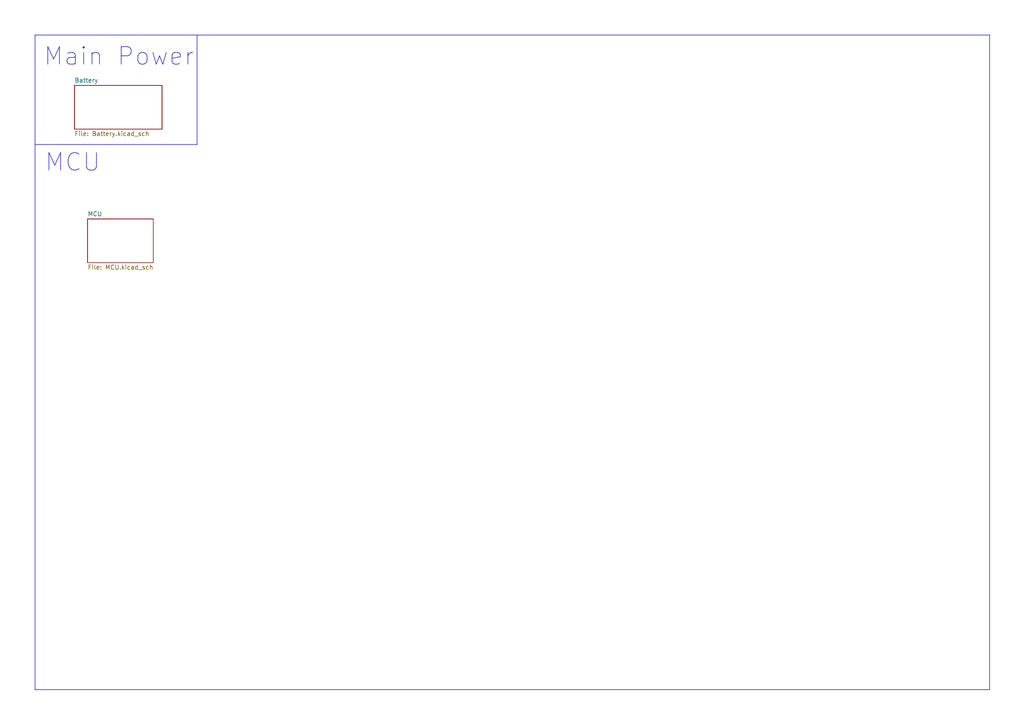
<source format=kicad_sch>
(kicad_sch
	(version 20231120)
	(generator "eeschema")
	(generator_version "8.0")
	(uuid "469e2ca7-6169-4be1-984d-25fff1926a82")
	(paper "A4")
	(title_block
		(title "ANCP Rocket Motor Test Station")
		(date "2024-06-22")
		(rev "1.0")
	)
	(lib_symbols)
	(polyline
		(pts
			(xy 287.02 10.16) (xy 287.02 200.025)
		)
		(stroke
			(width 0)
			(type default)
		)
		(uuid "44b5f970-10ad-40f7-8fa1-f45c5cc5234e")
	)
	(polyline
		(pts
			(xy 57.15 41.91) (xy 10.16 41.91)
		)
		(stroke
			(width 0)
			(type default)
		)
		(uuid "7df2dcc1-11e2-47ed-b407-17b363bd3066")
	)
	(polyline
		(pts
			(xy 287.02 200.025) (xy 10.16 200.025)
		)
		(stroke
			(width 0)
			(type default)
		)
		(uuid "876e31b6-7565-46bb-a700-71273678a31e")
	)
	(polyline
		(pts
			(xy 57.15 10.16) (xy 57.15 41.91)
		)
		(stroke
			(width 0)
			(type default)
		)
		(uuid "b0458d84-20d5-44f5-b4be-8945eca99b78")
	)
	(polyline
		(pts
			(xy 10.16 10.16) (xy 287.02 10.16)
		)
		(stroke
			(width 0)
			(type default)
		)
		(uuid "f1289a49-a518-4a84-bcfa-9938e266d911")
	)
	(polyline
		(pts
			(xy 10.16 10.16) (xy 10.16 200.025)
		)
		(stroke
			(width 0)
			(type default)
		)
		(uuid "f343e3be-0542-45a9-943c-b667c5d2f154")
	)
	(text "Main Power"
		(exclude_from_sim no)
		(at 34.544 16.51 0)
		(effects
			(font
				(size 5.08 5.08)
			)
		)
		(uuid "346a5597-f8fa-48ee-a4ee-76931a590283")
	)
	(text "MCU"
		(exclude_from_sim no)
		(at 21.082 47.244 0)
		(effects
			(font
				(size 5.08 5.08)
			)
		)
		(uuid "366eb92d-fdf4-4664-a6c2-7528a82f16db")
	)
	(sheet
		(at 25.4 63.5)
		(size 19.05 12.7)
		(fields_autoplaced yes)
		(stroke
			(width 0.1524)
			(type solid)
		)
		(fill
			(color 0 0 0 0.0000)
		)
		(uuid "265fd318-4ce8-42c0-aee8-1af26c45517f")
		(property "Sheetname" "MCU"
			(at 25.4 62.7884 0)
			(effects
				(font
					(size 1.27 1.27)
				)
				(justify left bottom)
			)
		)
		(property "Sheetfile" "MCU.kicad_sch"
			(at 25.4 76.7846 0)
			(effects
				(font
					(size 1.27 1.27)
				)
				(justify left top)
			)
		)
		(instances
			(project "Solid Rocket Motor Test Station"
				(path "/469e2ca7-6169-4be1-984d-25fff1926a82"
					(page "3")
				)
			)
		)
	)
	(sheet
		(at 21.59 24.765)
		(size 25.4 12.7)
		(fields_autoplaced yes)
		(stroke
			(width 0.1524)
			(type solid)
		)
		(fill
			(color 0 0 0 0.0000)
		)
		(uuid "b0a7958e-0ff2-4f3c-b742-3489a868ab73")
		(property "Sheetname" "Battery"
			(at 21.59 24.0534 0)
			(effects
				(font
					(size 1.27 1.27)
				)
				(justify left bottom)
			)
		)
		(property "Sheetfile" "Battery.kicad_sch"
			(at 21.59 38.0496 0)
			(effects
				(font
					(size 1.27 1.27)
				)
				(justify left top)
			)
		)
		(instances
			(project "Solid Rocket Motor Test Station"
				(path "/469e2ca7-6169-4be1-984d-25fff1926a82"
					(page "2")
				)
			)
		)
	)
	(sheet_instances
		(path "/"
			(page "1")
		)
	)
)

</source>
